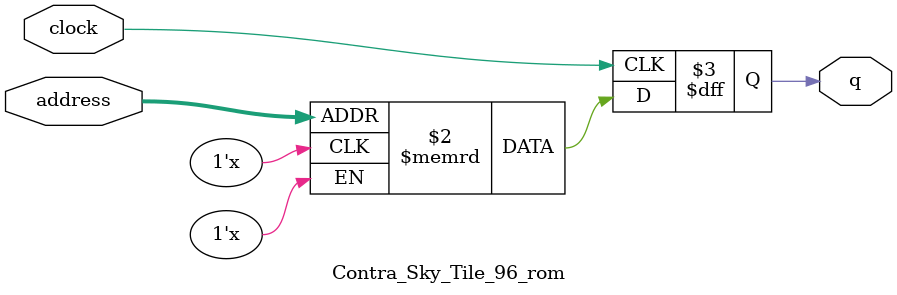
<source format=sv>
module Contra_Sky_Tile_96_rom (
	input logic clock,
	input logic [13:0] address,
	output logic [0:0] q
);

logic [0:0] memory [0:9215] /* synthesis ram_init_file = "./Contra_Sky_Tile_96/Contra_Sky_Tile_96.mif" */;

always_ff @ (posedge clock) begin
	q <= memory[address];
end

endmodule

</source>
